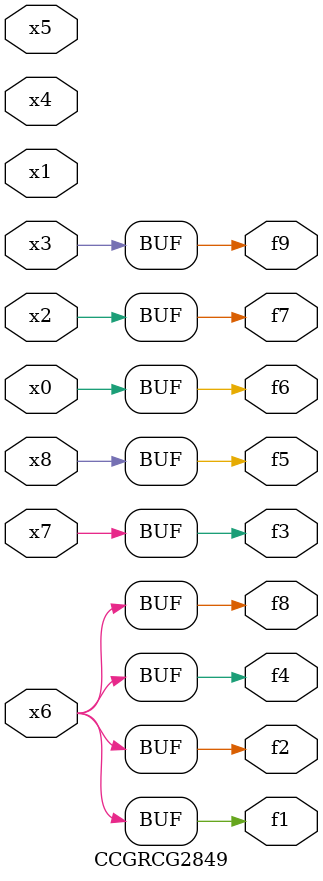
<source format=v>
module CCGRCG2849(
	input x0, x1, x2, x3, x4, x5, x6, x7, x8,
	output f1, f2, f3, f4, f5, f6, f7, f8, f9
);
	assign f1 = x6;
	assign f2 = x6;
	assign f3 = x7;
	assign f4 = x6;
	assign f5 = x8;
	assign f6 = x0;
	assign f7 = x2;
	assign f8 = x6;
	assign f9 = x3;
endmodule

</source>
